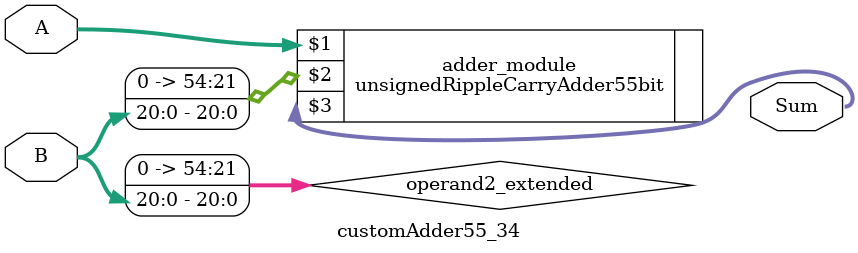
<source format=v>
module customAdder55_34(
                        input [54 : 0] A,
                        input [20 : 0] B,
                        
                        output [55 : 0] Sum
                );

        wire [54 : 0] operand2_extended;
        
        assign operand2_extended =  {34'b0, B};
        
        unsignedRippleCarryAdder55bit adder_module(
            A,
            operand2_extended,
            Sum
        );
        
        endmodule
        
</source>
